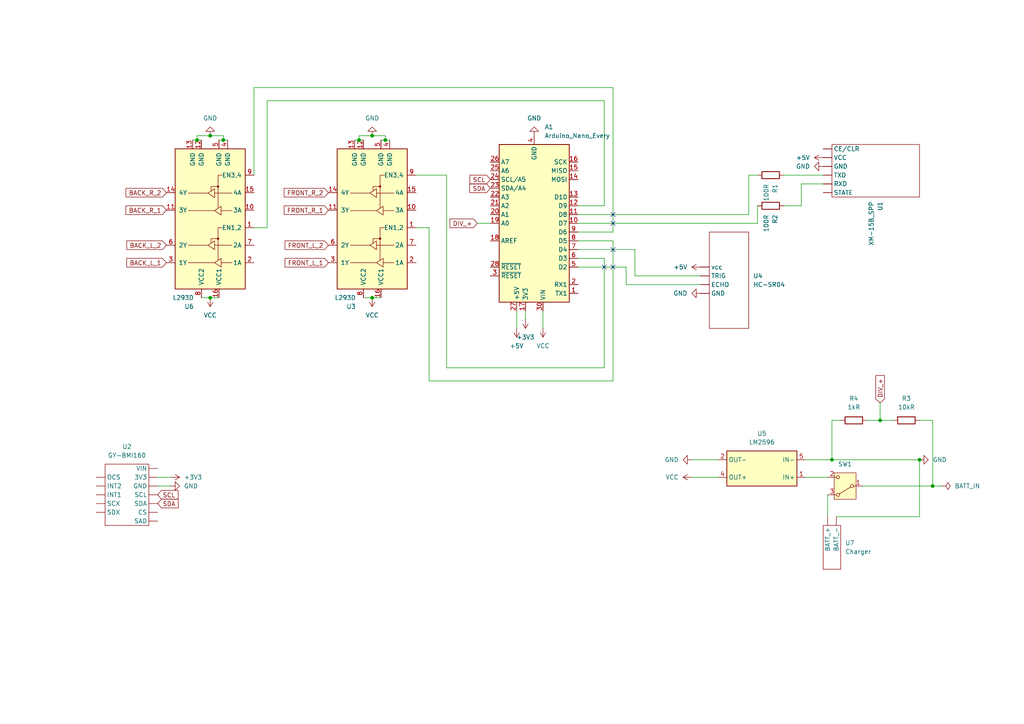
<source format=kicad_sch>
(kicad_sch (version 20231120) (generator "eeschema") (generator_version "8.0")
  (paper "A4")
  (lib_symbols
    (symbol "Device:R" (pin_numbers hide) (pin_names (offset 0))
      (property "Reference" "R" (at 2.032 0 90))
      (property "Value" "R" (at 0 0 90))
      (symbol "R_0_1"
        (rectangle (start -1.016 -2.54) (end 1.016 2.54) (stroke (width 0.254)))
      )
      (symbol "R_1_1"
        (pin passive line (at 0 3.81 270) (length 1.27) (name "~") (number "1"))
        (pin passive line (at 0 -3.81 90) (length 1.27) (name "~") (number "2"))
      )
    )
    (symbol "Driver_Motor:L293D" (pin_names (offset 1.016))
      (property "Reference" "U" (at -5.08 26.035 0))
      (property "Value" "L293D" (at -5.08 24.13 0))
      (symbol "L293D_0_1"
        (rectangle (start -10.16 22.86) (end 10.16 -17.78) (stroke (width 0.254)) (fill (type background)))
        (circle (center -2.286 -6.858) (radius 0.254) (fill (type outline)))
        (circle (center -2.286 8.255) (radius 0.254) (fill (type outline)))
        (polyline (pts (xy -6.35 -4.953) (xy -1.27 -4.953)))
        (polyline (pts (xy -6.35 0.127) (xy -3.175 0.127)))
        (polyline (pts (xy -6.35 10.16) (xy -1.27 10.16)))
        (polyline (pts (xy -6.35 15.24) (xy -3.175 15.24)))
        (polyline (pts (xy -1.27 0.127) (xy 6.35 0.127)))
        (polyline (pts (xy -1.27 15.24) (xy 6.35 15.24)))
        (polyline (pts (xy 0.635 -4.953) (xy 6.35 -4.953)))
        (polyline (pts (xy 0.635 10.16) (xy 6.35 10.16)))
        (polyline (pts (xy -2.286 -6.858) (xy -0.254 -6.858) (xy -0.254 -5.588)))
        (polyline (pts (xy -2.286 -0.635) (xy -2.286 -10.16) (xy -3.556 -10.16)))
        (polyline (pts (xy -2.286 8.255) (xy -0.254 8.255) (xy -0.254 9.525)))
        (polyline (pts (xy -2.286 14.478) (xy -2.286 5.08) (xy -3.556 5.08)))
        (polyline (pts (xy -3.175 1.397) (xy -3.175 -1.143) (xy -1.27 0.127) (xy -3.175 1.397)))
        (polyline (pts (xy -3.175 16.51) (xy -3.175 13.97) (xy -1.27 15.24) (xy -3.175 16.51)))
        (polyline (pts (xy -1.27 -3.683) (xy -1.27 -6.223) (xy 0.635 -4.953) (xy -1.27 -3.683)))
        (polyline (pts (xy -1.27 11.43) (xy -1.27 8.89) (xy 0.635 10.16) (xy -1.27 11.43)))
      )
      (symbol "L293D_1_1"
        (pin input line (at -12.7 5.08 0) (length 2.54) (name "EN1,2") (number "1"))
        (pin input line (at -12.7 0 0) (length 2.54) (name "3A") (number "10"))
        (pin output line (at 12.7 0 180) (length 2.54) (name "3Y") (number "11"))
        (pin power_in line (at 2.54 -20.32 90) (length 2.54) (name "GND") (number "12"))
        (pin power_in line (at 5.08 -20.32 90) (length 2.54) (name "GND") (number "13"))
        (pin output line (at 12.7 -5.08 180) (length 2.54) (name "4Y") (number "14"))
        (pin input line (at -12.7 -5.08 0) (length 2.54) (name "4A") (number "15"))
        (pin power_in line (at -2.54 25.4 270) (length 2.54) (name "VCC1") (number "16"))
        (pin input line (at -12.7 15.24 0) (length 2.54) (name "1A") (number "2"))
        (pin output line (at 12.7 15.24 180) (length 2.54) (name "1Y") (number "3"))
        (pin power_in line (at -5.08 -20.32 90) (length 2.54) (name "GND") (number "4"))
        (pin power_in line (at -2.54 -20.32 90) (length 2.54) (name "GND") (number "5"))
        (pin output line (at 12.7 10.16 180) (length 2.54) (name "2Y") (number "6"))
        (pin input line (at -12.7 10.16 0) (length 2.54) (name "2A") (number "7"))
        (pin power_in line (at 2.54 25.4 270) (length 2.54) (name "VCC2") (number "8"))
        (pin input line (at -12.7 -10.16 0) (length 2.54) (name "EN3,4") (number "9"))
      )
    )
    (symbol "MCU_Module:Arduino_Nano_Every"
      (property "Reference" "A" (at -10.16 23.495 0))
      (property "Value" "Arduino_Nano_Every" (at 5.08 -24.13 0))
      (symbol "Arduino_Nano_Every_0_1"
        (rectangle (start -10.16 22.86) (end 10.16 -22.86) (stroke (width 0.254)) (fill (type background)))
      )
      (symbol "Arduino_Nano_Every_1_1"
        (pin bidirectional line (at -12.7 20.32 0) (length 2.54) (name "TX1") (number "1"))
        (pin bidirectional line (at -12.7 0 0) (length 2.54) (name "D7") (number "10"))
        (pin bidirectional line (at -12.7 -2.54 0) (length 2.54) (name "D8") (number "11"))
        (pin bidirectional line (at -12.7 -5.08 0) (length 2.54) (name "D9") (number "12"))
        (pin bidirectional line (at -12.7 -7.62 0) (length 2.54) (name "D10") (number "13"))
        (pin bidirectional line (at -12.7 -12.7 0) (length 2.54) (name "MOSI") (number "14"))
        (pin bidirectional line (at -12.7 -15.24 0) (length 2.54) (name "MISO") (number "15"))
        (pin bidirectional line (at -12.7 -17.78 0) (length 2.54) (name "SCK") (number "16"))
        (pin power_out line (at 2.54 25.4 270) (length 2.54) (name "3V3") (number "17"))
        (pin input line (at 12.7 5.08 180) (length 2.54) (name "AREF") (number "18"))
        (pin bidirectional line (at 12.7 0 180) (length 2.54) (name "A0") (number "19"))
        (pin bidirectional line (at -12.7 17.78 0) (length 2.54) (name "RX1") (number "2"))
        (pin bidirectional line (at 12.7 -2.54 180) (length 2.54) (name "A1") (number "20"))
        (pin bidirectional line (at 12.7 -5.08 180) (length 2.54) (name "A2") (number "21"))
        (pin bidirectional line (at 12.7 -7.62 180) (length 2.54) (name "A3") (number "22"))
        (pin bidirectional line (at 12.7 -10.16 180) (length 2.54) (name "SDA/A4") (number "23"))
        (pin bidirectional line (at 12.7 -12.7 180) (length 2.54) (name "SCL/A5") (number "24"))
        (pin bidirectional line (at 12.7 -15.24 180) (length 2.54) (name "A6") (number "25"))
        (pin bidirectional line (at 12.7 -17.78 180) (length 2.54) (name "A7") (number "26"))
        (pin power_out line (at 5.08 25.4 270) (length 2.54) (name "+5V") (number "27"))
        (pin input line (at 12.7 12.7 180) (length 2.54) (name "~{RESET}") (number "28"))
        (pin passive line (at 0 -25.4 90) (length 2.54) hide (name "GND") (number "29"))
        (pin input line (at 12.7 15.24 180) (length 2.54) (name "~{RESET}") (number "3"))
        (pin power_in line (at -2.54 25.4 270) (length 2.54) (name "VIN") (number "30"))
        (pin power_in line (at 0 -25.4 90) (length 2.54) (name "GND") (number "4"))
        (pin bidirectional line (at -12.7 12.7 0) (length 2.54) (name "D2") (number "5"))
        (pin bidirectional line (at -12.7 10.16 0) (length 2.54) (name "D3") (number "6"))
        (pin bidirectional line (at -12.7 7.62 0) (length 2.54) (name "D4") (number "7"))
        (pin bidirectional line (at -12.7 5.08 0) (length 2.54) (name "D5") (number "8"))
        (pin bidirectional line (at -12.7 2.54 0) (length 2.54) (name "D6") (number "9"))
      )
    )
    (symbol "Mein_Library:GY-BMI160"
      (property "Reference" "U" (at -22.86 10.414 0))
      (property "Value" "GY-BMI160" (at -0.254 2.286 0))
      (symbol "GY-BMI160_0_1"
        (rectangle (start -8.89 8.89) (end 8.89 -3.81))
      )
      (symbol "GY-BMI160_1_1"
        (pin input line (at 5.08 -6.35 90) (length 2.54) (name "3V3") (number ""))
        (pin input line (at -5.08 -6.35 90) (length 2.54) (name "CS") (number ""))
        (pin input line (at 2.54 -6.35 90) (length 2.54) (name "GND") (number ""))
        (pin input line (at 0 11.43 270) (length 2.54) (name "INT1") (number ""))
        (pin input line (at 2.54 11.43 270) (length 2.54) (name "INT2") (number ""))
        (pin input line (at 5.08 11.43 270) (length 2.54) (name "OCS") (number ""))
        (pin input line (at -7.62 -6.35 90) (length 2.54) (name "SAD") (number ""))
        (pin input line (at 0 -6.35 90) (length 2.54) (name "SCL") (number ""))
        (pin input line (at -2.54 11.43 270) (length 2.54) (name "SCX") (number ""))
        (pin input line (at -2.54 -6.35 90) (length 2.54) (name "SDA") (number ""))
        (pin input line (at -5.08 11.43 270) (length 2.54) (name "SDX") (number ""))
        (pin input line (at 7.62 -6.35 90) (length 2.54) (name "VIN") (number ""))
      )
    )
    (symbol "Mein_Library:HC-SR04"
      (property "Reference" "U" (at -17.526 11.43 0))
      (property "Value" "HC-SR04" (at 0 3.302 0))
      (symbol "HC-SR04_0_1"
        (rectangle (start -13.97 6.35) (end 13.97 -5.08))
      )
      (symbol "HC-SR04_1_1"
        (pin output line (at 1.27 -7.62 90) (length 2.54) (name "ECHO") (number ""))
        (pin power_out line (at 3.81 -7.62 90) (length 2.54) (name "GND") (number ""))
        (pin output line (at -1.27 -7.62 90) (length 2.54) (name "TRIG") (number ""))
        (pin power_in line (at -3.81 -7.62 90) (length 2.54) (name "vcc") (number ""))
      )
    )
    (symbol "Mein_Library:LM2596"
      (property "Reference" "U" (at -10.16 6.35 0))
      (property "Value" "LM2596" (at 0 6.35 0))
      (symbol "LM2596_0_1"
        (rectangle (start -10.16 5.08) (end 10.16 -5.08) (stroke (width 0.254)) (fill (type background)))
      )
      (symbol "LM2596_1_1"
        (pin power_in line (at -12.7 2.54 0) (length 2.54) (name "IN+") (number "1"))
        (pin output line (at 12.7 -2.54 180) (length 2.54) (name "OUT-") (number "2"))
        (pin input line (at 12.7 2.54 180) (length 2.54) (name "OUT+") (number "4"))
        (pin input line (at -12.7 -2.54 0) (length 2.54) (name "IN-") (number "5"))
      )
    )
    (symbol "Mein_Library:Li-Ion_4056"
      (property "Reference" "U" (at -9.398 0 0))
      (property "Value" "Charger" (at -3.81 4.064 0))
      (symbol "Li-Ion_4056_0_1"
        (rectangle (start -10.16 2.54) (end 2.54 -2.54))
      )
      (symbol "Li-Ion_4056_1_1"
        (pin input line (at 5.08 1.27 180) (length 2.54) (name "BATT_+") (number ""))
        (pin input line (at 5.08 -1.27 180) (length 2.54) (name "BATT_-") (number ""))
      )
    )
    (symbol "Mein_Library:XM-15B_SPP"
      (property "Reference" "U" (at -30.988 19.05 0))
      (property "Value" "XM-15B_SPP" (at -1.27 -2.54 0))
      (symbol "XM-15B_SPP_0_1"
        (rectangle (start -7.62 12.7) (end 7.62 -12.7))
      )
      (symbol "XM-15B_SPP_1_1"
        (pin input line (at -6.35 -15.24 90) (length 2.54) (name "CE/CLR") (number ""))
        (pin input line (at -1.27 -15.24 90) (length 2.54) (name "GND") (number ""))
        (pin input line (at 3.81 -15.24 90) (length 2.54) (name "RXD") (number ""))
        (pin input line (at 6.35 -15.24 90) (length 2.54) (name "STATE") (number ""))
        (pin input line (at 1.27 -15.24 90) (length 2.54) (name "TXD") (number ""))
        (pin input line (at -3.81 -15.24 90) (length 2.54) (name "VCC") (number ""))
      )
    )
    (symbol "Switch:SW_Wuerth_450301014042" (pin_names (offset 1) hide)
      (property "Reference" "SW" (at 0 5.08 0))
      (property "Value" "SW_Wuerth_450301014042" (at 0 -5.08 0))
      (symbol "SW_Wuerth_450301014042_0_1"
        (circle (center -2.032 0) (radius 0.4572))
        (polyline (pts (xy -1.651 0.254) (xy 1.651 2.286)))
        (circle (center 2.032 -2.54) (radius 0.4572))
        (circle (center 2.032 2.54) (radius 0.4572))
      )
      (symbol "SW_Wuerth_450301014042_1_1"
        (rectangle (start -3.175 3.81) (end 3.175 -3.81) (fill (type background)))
        (pin passive line (at -5.08 0 0) (length 2.54) (name "B") (number "1"))
        (pin passive line (at 5.08 -2.54 180) (length 2.54) (name "C") (number "2"))
        (pin passive line (at 5.08 2.54 180) (length 2.54) (name "A") (number "3"))
      )
    )
    (symbol "power:+3V3" (power) (pin_numbers hide) (pin_names (offset 0) hide)
      (property "Value" "+3V3" (at 0 3.556 0))
      (symbol "+3V3_0_1"
        (polyline (pts (xy -0.762 1.27) (xy 0 2.54)))
        (polyline (pts (xy 0 0) (xy 0 2.54)))
        (polyline (pts (xy 0 2.54) (xy 0.762 1.27)))
      )
      (symbol "+3V3_1_1"
        (pin power_in line (at 0 0 90) (length 0) (name "~") (number "1"))
      )
    )
    (symbol "power:+5V" (power) (pin_numbers hide) (pin_names (offset 0) hide)
      (property "Value" "+5V" (at 0 3.556 0))
      (symbol "+5V_0_1"
        (polyline (pts (xy -0.762 1.27) (xy 0 2.54)))
        (polyline (pts (xy 0 0) (xy 0 2.54)))
        (polyline (pts (xy 0 2.54) (xy 0.762 1.27)))
      )
      (symbol "+5V_1_1"
        (pin power_in line (at 0 0 90) (length 0) (name "~") (number "1"))
      )
    )
    (symbol "power:GND" (power) (pin_numbers hide) (pin_names (offset 0) hide)
      (property "Value" "GND" (at 0 -3.81 0))
      (symbol "GND_0_1"
        (polyline (pts (xy 0 0) (xy 0 -1.27) (xy 1.27 -1.27) (xy 0 -2.54) (xy -1.27 -1.27) (xy 0 -1.27)))
      )
      (symbol "GND_1_1"
        (pin power_in line (at 0 0 270) (length 0) (name "~") (number "1"))
      )
    )
    (symbol "power:PWR_FLAG" (power) (pin_numbers hide) (pin_names (offset 0) hide)
      (property "Value" "PWR_FLAG" (at 0 3.81 0))
      (symbol "PWR_FLAG_0_0"
        (pin power_out line (at 0 0 90) (length 0) (name "~") (number "1"))
      )
      (symbol "PWR_FLAG_0_1"
        (polyline (pts (xy 0 0) (xy 0 1.27) (xy -1.016 1.905) (xy 0 2.54) (xy 1.016 1.905) (xy 0 1.27)))
      )
    )
    (symbol "power:VCC" (power) (pin_numbers hide) (pin_names (offset 0) hide)
      (property "Value" "VCC" (at 0 3.556 0))
      (symbol "VCC_0_1"
        (polyline (pts (xy -0.762 1.27) (xy 0 2.54)))
        (polyline (pts (xy 0 0) (xy 0 2.54)))
        (polyline (pts (xy 0 2.54) (xy 0.762 1.27)))
      )
      (symbol "VCC_1_1"
        (pin power_in line (at 0 0 90) (length 0) (name "~") (number "1"))
      )
    )
  )
  (junction (at 57.15 40.64))
  (junction (at 107.95 86.36))
  (junction (at 255.27 121.92))
  (junction (at 270.51 140.97))
  (junction (at 241.3 133.35))
  (junction (at 104.14 40.64))
  (junction (at 266.7 133.35))
  (junction (at 107.95 39.37))
  (junction (at 111.76 40.64))
  (junction (at 60.96 86.36))
  (junction (at 60.96 39.37))
  (junction (at 64.77 40.64))
  (no_connect (at 177.8 77.47))
  (no_connect (at 177.8 72.39))
  (no_connect (at 177.8 64.77))
  (no_connect (at 177.8 62.23))
  (no_connect (at 175.26 77.47))
  (wire (pts (xy 175.26 29.21) (xy 77.47 29.21)))
  (wire (pts (xy 233.68 133.35) (xy 241.3 133.35)))
  (wire (pts (xy 57.15 39.37) (xy 57.15 40.64)))
  (wire (pts (xy 149.86 90.17) (xy 149.86 95.25)))
  (wire (pts (xy 181.61 77.47) (xy 181.61 82.55)))
  (wire (pts (xy 200.66 133.35) (xy 208.28 133.35)))
  (wire (pts (xy 66.04 40.64) (xy 64.77 40.64)))
  (wire (pts (xy 219.71 64.77) (xy 219.71 59.69)))
  (wire (pts (xy 124.46 110.49) (xy 177.8 110.49)))
  (wire (pts (xy 241.3 121.92) (xy 241.3 133.35)))
  (wire (pts (xy 157.48 90.17) (xy 157.48 95.25)))
  (wire (pts (xy 270.51 140.97) (xy 273.05 140.97)))
  (wire (pts (xy 73.66 25.4) (xy 73.66 50.8)))
  (wire (pts (xy 181.61 82.55) (xy 203.2 82.55)))
  (wire (pts (xy 138.43 64.77) (xy 142.24 64.77)))
  (wire (pts (xy 167.64 77.47) (xy 181.61 77.47)))
  (wire (pts (xy 120.65 66.04) (xy 124.46 66.04)))
  (wire (pts (xy 60.96 39.37) (xy 57.15 39.37)))
  (wire (pts (xy 242.57 149.86) (xy 266.7 149.86)))
  (wire (pts (xy 238.76 50.8) (xy 227.33 50.8)))
  (wire (pts (xy 107.95 39.37) (xy 104.14 39.37)))
  (wire (pts (xy 105.41 40.64) (xy 104.14 40.64)))
  (wire (pts (xy 167.64 62.23) (xy 217.17 62.23)))
  (wire (pts (xy 241.3 133.35) (xy 266.7 133.35)))
  (wire (pts (xy 77.47 66.04) (xy 73.66 66.04)))
  (wire (pts (xy 200.66 138.43) (xy 208.28 138.43)))
  (wire (pts (xy 124.46 66.04) (xy 124.46 110.49)))
  (wire (pts (xy 251.46 121.92) (xy 255.27 121.92)))
  (wire (pts (xy 60.96 86.36) (xy 58.42 86.36)))
  (wire (pts (xy 167.64 67.31) (xy 177.8 67.31)))
  (wire (pts (xy 104.14 40.64) (xy 102.87 40.64)))
  (wire (pts (xy 184.15 80.01) (xy 203.2 80.01)))
  (wire (pts (xy 175.26 59.69) (xy 175.26 29.21)))
  (wire (pts (xy 167.64 64.77) (xy 219.71 64.77)))
  (wire (pts (xy 266.7 133.35) (xy 266.7 149.86)))
  (wire (pts (xy 111.76 40.64) (xy 111.76 39.37)))
  (wire (pts (xy 232.41 59.69) (xy 227.33 59.69)))
  (wire (pts (xy 58.42 40.64) (xy 57.15 40.64)))
  (wire (pts (xy 110.49 86.36) (xy 107.95 86.36)))
  (wire (pts (xy 113.03 40.64) (xy 111.76 40.64)))
  (wire (pts (xy 217.17 62.23) (xy 217.17 50.8)))
  (wire (pts (xy 233.68 138.43) (xy 240.03 138.43)))
  (wire (pts (xy 266.7 121.92) (xy 270.51 121.92)))
  (wire (pts (xy 177.8 25.4) (xy 73.66 25.4)))
  (wire (pts (xy 232.41 53.34) (xy 232.41 59.69)))
  (wire (pts (xy 64.77 40.64) (xy 63.5 40.64)))
  (wire (pts (xy 64.77 39.37) (xy 60.96 39.37)))
  (wire (pts (xy 129.54 50.8) (xy 120.65 50.8)))
  (wire (pts (xy 167.64 72.39) (xy 184.15 72.39)))
  (wire (pts (xy 77.47 29.21) (xy 77.47 66.04)))
  (wire (pts (xy 243.84 121.92) (xy 241.3 121.92)))
  (wire (pts (xy 238.76 53.34) (xy 232.41 53.34)))
  (wire (pts (xy 167.64 74.93) (xy 175.26 74.93)))
  (wire (pts (xy 64.77 40.64) (xy 64.77 39.37)))
  (wire (pts (xy 175.26 106.68) (xy 129.54 106.68)))
  (wire (pts (xy 152.4 90.17) (xy 152.4 92.71)))
  (wire (pts (xy 255.27 121.92) (xy 259.08 121.92)))
  (wire (pts (xy 45.72 138.43) (xy 49.53 138.43)))
  (wire (pts (xy 129.54 106.68) (xy 129.54 50.8)))
  (wire (pts (xy 250.19 140.97) (xy 270.51 140.97)))
  (wire (pts (xy 104.14 40.64) (xy 104.14 39.37)))
  (wire (pts (xy 45.72 140.97) (xy 49.53 140.97)))
  (wire (pts (xy 184.15 72.39) (xy 184.15 80.01)))
  (wire (pts (xy 111.76 39.37) (xy 107.95 39.37)))
  (wire (pts (xy 240.03 143.51) (xy 240.03 149.86)))
  (wire (pts (xy 167.64 59.69) (xy 175.26 59.69)))
  (wire (pts (xy 177.8 110.49) (xy 177.8 69.85)))
  (wire (pts (xy 63.5 86.36) (xy 60.96 86.36)))
  (wire (pts (xy 255.27 116.84) (xy 255.27 121.92)))
  (wire (pts (xy 270.51 140.97) (xy 270.51 121.92)))
  (wire (pts (xy 177.8 69.85) (xy 167.64 69.85)))
  (wire (pts (xy 175.26 74.93) (xy 175.26 106.68)))
  (wire (pts (xy 177.8 67.31) (xy 177.8 25.4)))
  (wire (pts (xy 57.15 40.64) (xy 55.88 40.64)))
  (wire (pts (xy 111.76 40.64) (xy 110.49 40.64)))
  (wire (pts (xy 107.95 86.36) (xy 105.41 86.36)))
  (wire (pts (xy 217.17 50.8) (xy 219.71 50.8)))
  (global_label "DIV_+" (shape input) (at 255.27 116.84 90) (property "Intersheetrefs" "${INTERSHEET_REFS}" (effects (hide yes))))
  (global_label "FRONT_L_2" (shape input) (at 95.25 71.12 180) (property "Intersheetrefs" "${INTERSHEET_REFS}" (effects (hide yes))))
  (global_label "BACK_R_2" (shape input) (at 48.26 55.88 180) (property "Intersheetrefs" "${INTERSHEET_REFS}" (effects (hide yes))))
  (global_label "DIV_+" (shape input) (at 138.43 64.77 180) (property "Intersheetrefs" "${INTERSHEET_REFS}" (effects (hide yes))))
  (global_label "SDA" (shape input) (at 45.72 146.05 0) (property "Intersheetrefs" "${INTERSHEET_REFS}" (effects (hide yes))))
  (global_label "SCL" (shape input) (at 45.72 143.51 0) (property "Intersheetrefs" "${INTERSHEET_REFS}" (effects (hide yes))))
  (global_label "SDA" (shape input) (at 142.24 54.61 180) (property "Intersheetrefs" "${INTERSHEET_REFS}" (effects (hide yes))))
  (global_label "BACK_L_2" (shape input) (at 48.26 71.12 180) (property "Intersheetrefs" "${INTERSHEET_REFS}" (effects (hide yes))))
  (global_label "FRONT_L_1" (shape input) (at 95.25 76.2 180) (property "Intersheetrefs" "${INTERSHEET_REFS}" (effects (hide yes))))
  (global_label "BACK_R_1" (shape input) (at 48.26 60.96 180) (property "Intersheetrefs" "${INTERSHEET_REFS}" (effects (hide yes))))
  (global_label "SCL" (shape input) (at 142.24 52.07 180) (property "Intersheetrefs" "${INTERSHEET_REFS}" (effects (hide yes))))
  (global_label "FRONT_R_2" (shape input) (at 95.25 55.88 180) (property "Intersheetrefs" "${INTERSHEET_REFS}" (effects (hide yes))))
  (global_label "BACK_L_1" (shape input) (at 48.26 76.2 180) (property "Intersheetrefs" "${INTERSHEET_REFS}" (effects (hide yes))))
  (global_label "FRONT_R_1" (shape input) (at 95.25 60.96 180) (property "Intersheetrefs" "${INTERSHEET_REFS}" (effects (hide yes))))
  (symbol (lib_id "Device:R") (at 247.65 121.92 90) (unit 1)
    (property "Reference" "R4" (at 247.65 115.57 90))
    (property "Value" "1kR" (at 247.65 118.11 90))
    (property "Description" "Resistor" (effects (hide yes)))
  )
  (symbol (lib_id "Device:R") (at 262.89 121.92 90) (unit 1)
    (property "Reference" "R3" (at 262.89 115.57 90))
    (property "Value" "10kR" (at 262.89 118.11 90))
    (property "Description" "Resistor" (effects (hide yes)))
  )
  (symbol (lib_id "Mein_Library:LM2596") (at 220.98 135.89 180) (unit 1)
    (property "Reference" "U5" (at 220.98 125.73 0))
    (property "Value" "LM2596" (at 220.98 128.27 0))
    (property "Footprint" "Package_TO_SOT_SMD:TO-263-5_TabPin3" (effects (hide yes)))
    (property "Datasheet" "http://www.ti.com/lit/ds/symlink/lm2596.pdf" (effects (hide yes)))
    (property "Description" "12V 3A Step-Down Voltage Regulator, TO-263" (effects (hide yes)))
  )
  (symbol (lib_id "power:VCC") (at 200.66 138.43 90) (unit 1)
    (property "Reference" "#PWR02" (effects (hide yes)))
    (property "Value" "VCC" (at 196.85 138.4299 90) (effects (justify left)))
    (property "Description" "Power symbol creates a global label with name \"VCC\"" (effects (hide yes)))
  )
  (symbol (lib_id "power:VCC") (at 107.95 86.36 180) (unit 1)
    (property "Reference" "#PWR08" (effects (hide yes)))
    (property "Value" "VCC" (at 107.95 91.44 0))
    (property "Description" "Power symbol creates a global label with name \"VCC\"" (effects (hide yes)))
  )
  (symbol (lib_id "power:GND") (at 200.66 133.35 270) (unit 1)
    (property "Reference" "#PWR03" (effects (hide yes)))
    (property "Value" "GND" (at 196.85 133.3499 90) (effects (justify right)))
    (property "Description" "Power symbol creates a global label with name \"GND\" , ground" (effects (hide yes)))
  )
  (symbol (lib_id "power:GND") (at 154.94 39.37 180) (unit 1)
    (property "Reference" "#PWR09" (effects (hide yes)))
    (property "Value" "GND" (at 154.94 34.29 0))
    (property "Description" "Power symbol creates a global label with name \"GND\" , ground" (effects (hide yes)))
  )
  (symbol (lib_id "Mein_Library:GY-BMI160") (at 39.37 143.51 90) (unit 1)
    (property "Reference" "U2" (at 36.83 129.54 90))
    (property "Value" "GY-BMI160" (at 36.83 132.08 90))
    (property "Datasheet" "https://www.mouser.com/datasheet/2/783/BST-BMI160-DS000-1509569.pdf" (effects (hide yes)))
    (property "Description" "Accelerometer with gyroscope" (effects (hide yes)))
  )
  (symbol (lib_id "Mein_Library:HC-SR04") (at 210.82 81.28 270) (unit 1)
    (property "Reference" "U4" (at 218.44 80.0099 90) (effects (justify left)))
    (property "Value" "HC-SR04" (at 218.44 82.5499 90) (effects (justify left)))
    (property "Description" "Ultrasonic Sensor" (effects (hide yes)))
  )
  (symbol (lib_id "power:GND") (at 49.53 140.97 90) (unit 1)
    (property "Reference" "#PWR017" (effects (hide yes)))
    (property "Value" "GND" (at 53.34 140.9699 90) (effects (justify right)))
    (property "Description" "Power symbol creates a global label with name \"GND\" , ground" (effects (hide yes)))
  )
  (symbol (lib_id "Switch:SW_Wuerth_450301014042") (at 245.11 140.97 180) (unit 1)
    (property "Reference" "SW1" (at 245.11 134.62 0))
    (property "Value" "SW_Wuerth_450301014042" (effects (hide yes)))
    (property "Footprint" "Button_Switch_THT:SW_Slide-03_Wuerth-WS-SLTV_10x2.5x6.4_P2.54mm" (effects (hide yes)))
    (property "Datasheet" "https://www.we-online.com/components/products/datasheet/450301014042.pdf" (effects (hide yes)))
    (property "Description" "Switch slide, single pole double throw" (effects (hide yes)))
  )
  (symbol (lib_id "power:+3V3") (at 152.4 92.71 180) (unit 1)
    (property "Reference" "#PWR015" (effects (hide yes)))
    (property "Value" "+3V3" (at 152.4 97.79 0))
    (property "Description" "Power symbol creates a global label with name \"+3V3\"" (effects (hide yes)))
  )
  (symbol (lib_id "power:GND") (at 238.76 48.26 270) (unit 1)
    (property "Reference" "#PWR010" (effects (hide yes)))
    (property "Value" "GND" (at 234.95 48.2599 90) (effects (justify right)))
    (property "Description" "Power symbol creates a global label with name \"GND\" , ground" (effects (hide yes)))
  )
  (symbol (lib_id "power:GND") (at 60.96 39.37 180) (unit 1)
    (property "Reference" "#PWR06" (effects (hide yes)))
    (property "Value" "GND" (at 60.96 34.29 0))
    (property "Description" "Power symbol creates a global label with name \"GND\" , ground" (effects (hide yes)))
  )
  (symbol (lib_id "Mein_Library:XM-15B_SPP") (at 254 49.53 270) (unit 1)
    (property "Reference" "U1" (at 255.2701 58.42 0) (effects (justify left)))
    (property "Value" "XM-15B_SPP" (at 252.7301 58.42 0) (effects (justify left)))
    (property "Datasheet" "https://www.laskakit.cz/user/related_files/xm-15b.pdf" (effects (hide yes)))
  )
  (symbol (lib_id "power:+3V3") (at 49.53 138.43 270) (unit 1)
    (property "Reference" "#PWR016" (effects (hide yes)))
    (property "Value" "+3V3" (at 53.34 138.4299 90) (effects (justify left)))
    (property "Description" "Power symbol creates a global label with name \"+3V3\"" (effects (hide yes)))
  )
  (symbol (lib_id "power:+5V") (at 238.76 45.72 90) (unit 1)
    (property "Reference" "#PWR012" (effects (hide yes)))
    (property "Value" "+5V" (at 234.95 45.7199 90) (effects (justify left)))
    (property "Description" "Power symbol creates a global label with name \"+5V\"" (effects (hide yes)))
  )
  (symbol (lib_id "MCU_Module:Arduino_Nano_Every") (at 154.94 64.77 180) (unit 1)
    (property "Reference" "A1" (at 157.9565 36.83 0) (effects (justify right)))
    (property "Value" "Arduino_Nano_Every" (at 157.9565 39.37 0) (effects (justify right)))
    (property "Footprint" "Module:Arduino_Nano" (effects (hide yes)))
    (property "Datasheet" "https://content.arduino.cc/assets/NANOEveryV3.0_sch.pdf" (effects (hide yes)))
    (property "Description" "Arduino Nano Every" (effects (hide yes)))
  )
  (symbol (lib_id "power:PWR_FLAG") (at 273.05 140.97 270) (unit 1)
    (property "Reference" "#FLG01" (effects (hide yes)))
    (property "Value" "BATT_IN" (at 276.86 140.9699 90) (effects (justify left)))
    (property "Description" "Special symbol for telling ERC where power comes from" (effects (hide yes)))
  )
  (symbol (lib_id "power:VCC") (at 157.48 95.25 180) (unit 1)
    (property "Reference" "#PWR04" (effects (hide yes)))
    (property "Value" "VCC" (at 157.48 100.33 0))
    (property "Description" "Power symbol creates a global label with name \"VCC\"" (effects (hide yes)))
  )
  (symbol (lib_id "power:+5V") (at 203.2 77.47 90) (unit 1)
    (property "Reference" "#PWR013" (effects (hide yes)))
    (property "Value" "+5V" (at 199.39 77.4699 90) (effects (justify left)))
    (property "Description" "Power symbol creates a global label with name \"+5V\"" (effects (hide yes)))
  )
  (symbol (lib_id "power:GND") (at 107.95 39.37 180) (unit 1)
    (property "Reference" "#PWR05" (effects (hide yes)))
    (property "Value" "GND" (at 107.95 34.29 0))
    (property "Description" "Power symbol creates a global label with name \"GND\" , ground" (effects (hide yes)))
  )
  (symbol (lib_id "power:+5V") (at 149.86 95.25 180) (unit 1)
    (property "Reference" "#PWR011" (effects (hide yes)))
    (property "Value" "+5V" (at 149.86 100.33 0))
    (property "Description" "Power symbol creates a global label with name \"+5V\"" (effects (hide yes)))
  )
  (symbol (lib_id "Driver_Motor:L293D") (at 107.95 60.96 180) (unit 1)
    (property "Reference" "U3" (at 103.2159 88.9 0) (effects (justify left)))
    (property "Value" "L293D" (at 103.2159 86.36 0) (effects (justify left)))
    (property "Footprint" "Package_DIP:DIP-16_W7.62mm" (effects (hide yes)))
    (property "Datasheet" "http://www.ti.com/lit/ds/symlink/l293.pdf" (effects (hide yes)))
    (property "Description" "Quadruple Half-H Drivers" (effects (hide yes)))
  )
  (symbol (lib_id "power:GND") (at 203.2 85.09 270) (unit 1)
    (property "Reference" "#PWR014" (effects (hide yes)))
    (property "Value" "GND" (at 199.39 85.0899 90) (effects (justify right)))
    (property "Description" "Power symbol creates a global label with name \"GND\" , ground" (effects (hide yes)))
  )
  (symbol (lib_id "power:VCC") (at 60.96 86.36 180) (unit 1)
    (property "Reference" "#PWR07" (effects (hide yes)))
    (property "Value" "VCC" (at 60.96 91.44 0))
    (property "Description" "Power symbol creates a global label with name \"VCC\"" (effects (hide yes)))
  )
  (symbol (lib_id "power:GND") (at 266.7 133.35 90) (unit 1)
    (property "Reference" "#PWR01" (effects (hide yes)))
    (property "Value" "GND" (at 270.51 133.3499 90) (effects (justify right)))
    (property "Description" "Power symbol creates a global label with name \"GND\" , ground" (effects (hide yes)))
  )
  (symbol (lib_id "Device:R") (at 223.52 50.8 270) (unit 1)
    (property "Reference" "R1" (at 224.7901 53.34 0) (effects (justify left)))
    (property "Value" "100R" (at 222.2501 53.34 0) (effects (justify left)))
    (property "Description" "Resistor" (effects (hide yes)))
  )
  (symbol (lib_id "Device:R") (at 223.52 59.69 90) (unit 1)
    (property "Reference" "R2" (at 224.7901 62.23 0) (effects (justify right)))
    (property "Value" "100R" (at 222.2501 62.23 0) (effects (justify right)))
    (property "Description" "Resistor" (effects (hide yes)))
  )
  (symbol (lib_id "Mein_Library:Li-Ion_4056") (at 241.3 154.94 90) (unit 1)
    (property "Reference" "U7" (at 245.11 157.4799 90) (effects (justify right)))
    (property "Value" "Charger" (at 245.11 160.0199 90) (effects (justify right)))
  )
  (symbol (lib_id "Driver_Motor:L293D") (at 60.96 60.96 180) (unit 1)
    (property "Reference" "U6" (at 56.2259 88.9 0) (effects (justify left)))
    (property "Value" "L293D" (at 56.2259 86.36 0) (effects (justify left)))
    (property "Footprint" "Package_DIP:DIP-16_W7.62mm" (effects (hide yes)))
    (property "Datasheet" "http://www.ti.com/lit/ds/symlink/l293.pdf" (effects (hide yes)))
    (property "Description" "Quadruple Half-H Drivers" (effects (hide yes)))
  )
)
</source>
